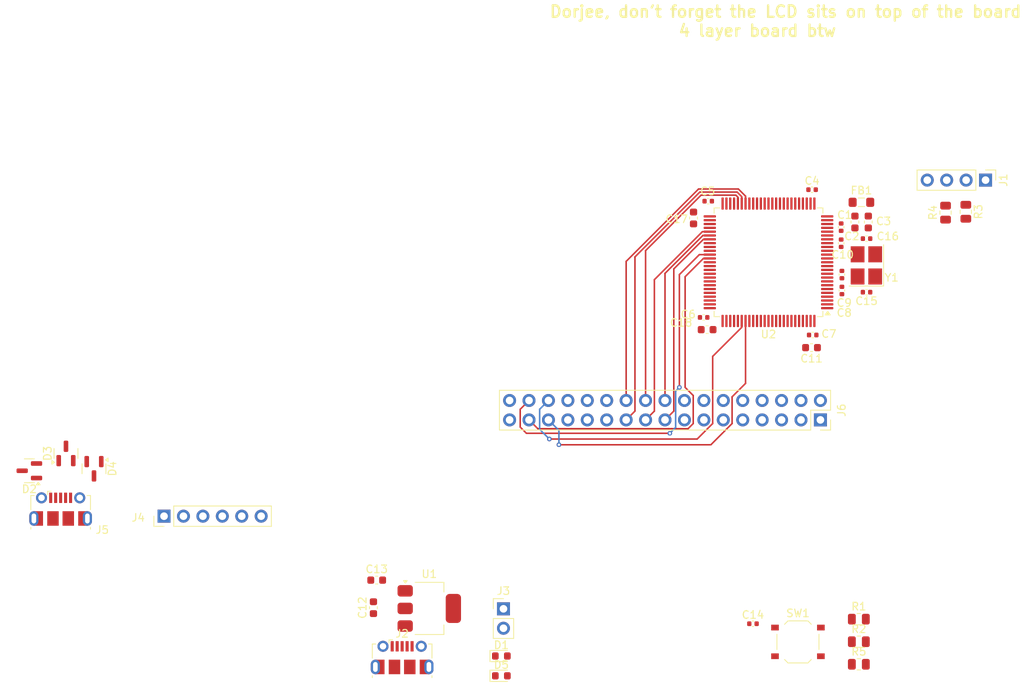
<source format=kicad_pcb>
(kicad_pcb (version 20241229) (generator "pcbnew") (generator_version "9.0")
  (layers (0 "F.Cu" signal) (4 "In1.Cu" signal) (6 "In2.Cu" signal) (2 "B.Cu" power) (13 "F.Paste" user) (15 "B.Paste" user) (5 "F.SilkS" user "F.Silkscreen") (7 "B.SilkS" user "B.Silkscreen") (1 "F.Mask" user) (3 "B.Mask" user) (25 "Edge.Cuts" user))
  (net 0 "")
  (net 1 "GND")
  (net 2 "+3.3VA")
  (net 3 "+3.3V")
  (net 4 "+5V")
  (net 5 "/SWD_NRST")
  (net 6 "/HSE_IN")
  (net 7 "/HSE_OUT")
  (net 8 "/VCAP1")
  (net 9 "/VCAP2")
  (net 10 "Net-(D1-K)")
  (net 11 "/USB_OTG_FS_VBUS")
  (net 12 "/USB_OTG_FS_D-")
  (net 13 "/USB_OTG_FS_D+")
  (net 14 "Net-(D5-A)")
  (net 15 "/USART2_RX")
  (net 16 "/USART2_TX")
  (net 26 "/SWDIO")
  (net 36 "/FMC_A16")
  (net 38 "/FMC_NOE")
  (net 39 "/LCD_NRST")
  (net 40 "/FMC_D12")
  (net 42 "/FMC_D14")
  (net 43 "/FMC_D13")
  (net 44 "/FMC_D9")
  (net 45 "/FMC_D6")
  (net 46 "/TP_SDI")
  (net 47 "/FMC_D8")
  (net 48 "/TP_IRQ")
  (net 49 "/FMC_NE1")
  (net 50 "/FMC_D7")
  (net 51 "/FMC_D3")
  (net 52 "/FMC_D15")
  (net 53 "/TP_SCK")
  (net 55 "/TP_CS")
  (net 56 "/FMC_D5")
  (net 57 "/BL_PWM")
  (net 58 "/FMC_D1")
  (net 59 "/TP_SDO")
  (net 60 "/FMC_D4")
  (net 61 "/FMC_D11")
  (net 62 "/FMC_D10")
  (net 63 "/FMC_D2")
  (net 64 "/FMC_NWE")
  (net 65 "/FMC_D0")
  (net 66 "/BOOT0")
  (net 67 "Net-(U2-PC9)")
  (net 109 "/SWDO")
  (net 110 "/SWDCLK")
  (net 113 "Net-(J1-Pin_3)")
  (net 114 "Net-(J1-Pin_2)")
  (footprint "Capacitor_SMD:C_0402_1005Metric" (layer "F.Cu") (at 192.5 77.5 -90)
    (property "Reference" "C9" (at 3.7 -0.3 0) (layer "F.SilkS"))
    (property "Value" "100n")
    (pad "1" smd roundrect (at -0.48 0 270) (size 0.56 0.62) (layers "F.Cu" "F.Mask" "F.Paste") (net 3 "+3.3V"))
    (pad "2" smd roundrect (at 0.48 0 270) (size 0.56 0.62) (layers "F.Cu" "F.Mask" "F.Paste") (net 1 "GND"))
  )
  (footprint "Capacitor_SMD:C_0603_1608Metric" (layer "F.Cu") (at 131.675 117.45)
    (property "Reference" "C13" (at 0 -1.43 0) (layer "F.SilkS"))
    (property "Value" "22u")
    (pad "1" smd roundrect (at -0.775 0) (size 0.9 0.95) (layers "F.Cu" "F.Mask" "F.Paste") (net 3 "+3.3V"))
    (pad "2" smd roundrect (at 0.775 0) (size 0.9 0.95) (layers "F.Cu" "F.Mask" "F.Paste") (net 1 "GND"))
  )
  (footprint "Button_Switch_SMD:SW_Push_1P1T_XKB_TS-1187A" (layer "F.Cu") (at 186.75 125.525)
    (property "Reference" "SW1" (at 0 -3.75 0) (layer "F.SilkS"))
    (property "Value" "SW_Push")
    (pad "1" smd rect (at -3 -1.875) (size 1 0.75) (layers "F.Cu" "F.Mask" "F.Paste") (net 1 "GND"))
    (pad "1" smd rect (at 3 -1.875) (size 1 0.75) (layers "F.Cu" "F.Mask" "F.Paste") (net 1 "GND"))
    (pad "2" smd rect (at -3 1.875) (size 1 0.75) (layers "F.Cu" "F.Mask" "F.Paste") (net 5 "/SWD_NRST"))
    (pad "2" smd rect (at 3 1.875) (size 1 0.75) (layers "F.Cu" "F.Mask" "F.Paste") (net 5 "/SWD_NRST"))
  )
  (footprint "Resistor_SMD:R_0805_2012Metric" (layer "F.Cu") (at 208.7 69.2875 -90)
    (property "Reference" "R3" (at 0 -1.65 90) (layer "F.SilkS"))
    (property "Value" "220R")
    (pad "1" smd roundrect (at -0.9125 0 270) (size 1.025 1.4) (layers "F.Cu" "F.Mask" "F.Paste") (roundrect_rratio 0.243902) (net 16 "/USART2_TX"))
    (pad "2" smd roundrect (at 0.9125 0 270) (size 1.025 1.4) (layers "F.Cu" "F.Mask" "F.Paste") (roundrect_rratio 0.243902) (net 114 "Net-(J1-Pin_2)"))
  )
  (footprint "Connector_USB:USB_Micro-B_Molex-105017-0001" (layer "F.Cu") (at 90.35 108.15)
    (property "Reference" "J5" (at 5.45 2.7375 0) (layer "F.SilkS"))
    (property "Value" "USB_B_Micro")
    (pad "1" smd rect (at -1.3 -1.4625) (size 0.4 1.35) (layers "F.Cu" "F.Mask" "F.Paste") (net 11 "/USB_OTG_FS_VBUS"))
    (pad "2" smd rect (at -0.65 -1.4625) (size 0.4 1.35) (layers "F.Cu" "F.Mask" "F.Paste") (net 12 "/USB_OTG_FS_D-"))
    (pad "3" smd rect (at 0 -1.4625) (size 0.4 1.35) (layers "F.Cu" "F.Mask" "F.Paste") (net 13 "/USB_OTG_FS_D+"))
    (pad "4" smd rect (at 0.65 -1.4625) (size 0.4 1.35) (layers "F.Cu" "F.Mask" "F.Paste"))
    (pad "5" smd rect (at 1.3 -1.4625) (size 0.4 1.35) (layers "F.Cu" "F.Mask" "F.Paste") (net 1 "GND"))
    (pad "6" thru_hole oval (at -3.5 1.2375 180) (size 1.2 1.9) (drill oval 0.6 1.3) (property pad_prop_heatsink) (layers "*.Cu" "*.Mask"))
    (pad "6" smd rect (at -2.9 1.2375) (size 1.2 1.9) (layers "F.Cu" "F.Mask"))
    (pad "6" thru_hole circle (at -2.5 -1.4625) (size 1.45 1.45) (drill 0.85) (property pad_prop_heatsink) (layers "*.Cu" "*.Mask"))
    (pad "6" smd rect (at -1 1.2375) (size 1.5 1.9) (layers "F.Cu" "F.Mask" "F.Paste"))
    (pad "6" smd rect (at 1 1.2375) (size 1.5 1.9) (layers "F.Cu" "F.Mask" "F.Paste"))
    (pad "6" thru_hole circle (at 2.5 -1.4625) (size 1.45 1.45) (drill 0.85) (property pad_prop_heatsink) (layers "*.Cu" "*.Mask"))
    (pad "6" smd rect (at 2.9 1.2375) (size 1.2 1.9) (layers "F.Cu" "F.Mask"))
    (pad "6" thru_hole oval (at 3.5 1.2375) (size 1.2 1.9) (drill oval 0.6 1.3) (property pad_prop_heatsink) (layers "*.Cu" "*.Mask"))
  )
  (footprint "Capacitor_SMD:C_0402_1005Metric" (layer "F.Cu") (at 195.72 79.8 180)
    (property "Reference" "C15" (at 0 -1.16 0) (layer "F.SilkS"))
    (property "Value" "10p")
    (pad "1" smd roundrect (at -0.48 0 180) (size 0.56 0.62) (layers "F.Cu" "F.Mask" "F.Paste") (net 6 "/HSE_IN"))
    (pad "2" smd roundrect (at 0.48 0 180) (size 0.56 0.62) (layers "F.Cu" "F.Mask" "F.Paste") (net 1 "GND"))
  )
  (footprint "Resistor_SMD:R_0805_2012Metric" (layer "F.Cu") (at 194.7125 125.5)
    (property "Reference" "R2" (at 0 -1.65 0) (layer "F.SilkS"))
    (property "Value" "10k")
    (pad "1" smd roundrect (at -0.9125 0) (size 1.025 1.4) (layers "F.Cu" "F.Mask" "F.Paste") (roundrect_rratio 0.243902) (net 1 "GND"))
    (pad "2" smd roundrect (at 0.9125 0) (size 1.025 1.4) (layers "F.Cu" "F.Mask" "F.Paste") (roundrect_rratio 0.243902) (net 66 "/BOOT0"))
  )
  (footprint "Resistor_SMD:R_0805_2012Metric" (layer "F.Cu") (at 194.7125 128.45)
    (property "Reference" "R5" (at 0 -1.65 0) (layer "F.SilkS"))
    (property "Value" "1k")
    (pad "1" smd roundrect (at -0.9125 0) (size 1.025 1.4) (layers "F.Cu" "F.Mask" "F.Paste") (roundrect_rratio 0.243902) (net 67 "Net-(U2-PC9)"))
    (pad "2" smd roundrect (at 0.9125 0) (size 1.025 1.4) (layers "F.Cu" "F.Mask" "F.Paste") (roundrect_rratio 0.243902) (net 14 "Net-(D5-A)"))
  )
  (footprint "Crystal:Crystal_SMD_3225-4Pin_3.2x2.5mm_HandSoldering" (layer "F.Cu") (at 195.7 76.3 90)
    (property "Reference" "Y1" (at -1.6 3.3 0) (layer "F.SilkS"))
    (property "Value" "16MHz")
    (pad "1" smd rect (at -1.45 1.15 90) (size 2.1 1.8) (layers "F.Cu" "F.Mask" "F.Paste") (net 6 "/HSE_IN"))
    (pad "2" smd rect (at 1.45 1.15 90) (size 2.1 1.8) (layers "F.Cu" "F.Mask" "F.Paste") (net 1 "GND"))
    (pad "3" smd rect (at 1.45 -1.15 90) (size 2.1 1.8) (layers "F.Cu" "F.Mask" "F.Paste") (net 7 "/HSE_OUT"))
    (pad "4" smd rect (at -1.45 -1.15 90) (size 2.1 1.8) (layers "F.Cu" "F.Mask" "F.Paste") (net 1 "GND"))
  )
  (footprint "Capacitor_SMD:C_0603_1608Metric" (layer "F.Cu") (at 194.2 70.625 -90)
    (property "Reference" "C2" (at 1.865 0.4 180) (layer "F.SilkS"))
    (property "Value" "10u")
    (pad "1" smd roundrect (at -0.775 0 270) (size 0.9 0.95) (layers "F.Cu" "F.Mask" "F.Paste") (net 2 "+3.3VA"))
    (pad "2" smd roundrect (at 0.775 0 270) (size 0.9 0.95) (layers "F.Cu" "F.Mask" "F.Paste") (net 1 "GND"))
  )
  (footprint "Capacitor_SMD:C_0603_1608Metric" (layer "F.Cu") (at 131.25 121.05 90)
    (property "Reference" "C12" (at 0 -1.43 90) (layer "F.SilkS"))
    (property "Value" "22u")
    (pad "1" smd roundrect (at -0.775 0 90) (size 0.9 0.95) (layers "F.Cu" "F.Mask" "F.Paste") (net 4 "+5V"))
    (pad "2" smd roundrect (at 0.775 0 90) (size 0.9 0.95) (layers "F.Cu" "F.Mask" "F.Paste") (net 1 "GND"))
  )
  (footprint "LED_SMD:LED_0603_1608Metric" (layer "F.Cu") (at 147.97 127.37)
    (property "Reference" "D1" (at 0 -1.43 0) (layer "F.SilkS"))
    (property "Value" "RED")
    (pad "1" smd roundrect (at -0.7875 0) (size 0.875 0.95) (layers "F.Cu" "F.Mask" "F.Paste") (net 10 "Net-(D1-K)"))
    (pad "2" smd roundrect (at 0.7875 0) (size 0.875 0.95) (layers "F.Cu" "F.Mask" "F.Paste") (net 3 "+3.3V"))
  )
  (footprint "Capacitor_SMD:C_0402_1005Metric" (layer "F.Cu") (at 180.87 123.15)
    (property "Reference" "C14" (at 0 -1.16 0) (layer "F.SilkS"))
    (property "Value" "100n")
    (pad "1" smd roundrect (at -0.48 0) (size 0.56 0.62) (layers "F.Cu" "F.Mask" "F.Paste") (net 1 "GND"))
    (pad "2" smd roundrect (at 0.48 0) (size 0.56 0.62) (layers "F.Cu" "F.Mask" "F.Paste") (net 5 "/SWD_NRST"))
  )
  (footprint "Capacitor_SMD:C_0402_1005Metric" (layer "F.Cu") (at 192.5 79.58 90)
    (property "Reference" "C8" (at -2.92 0.3 0) (layer "F.SilkS"))
    (property "Value" "100n")
    (pad "1" smd roundrect (at -0.48 0 90) (size 0.56 0.62) (layers "F.Cu" "F.Mask" "F.Paste") (net 3 "+3.3V"))
    (pad "2" smd roundrect (at 0.48 0 90) (size 0.56 0.62) (layers "F.Cu" "F.Mask" "F.Paste") (net 1 "GND"))
  )
  (footprint "Package_TO_SOT_SMD:SOT-23" (layer "F.Cu") (at 86.2625 103.15 180)
    (property "Reference" "D2" (at 0 -2.4 0) (layer "F.SilkS"))
    (property "Value" "P6SMB6.8")
    (pad "1" smd roundrect (at -0.9375 -0.95 180) (size 1.475 0.6) (layers "F.Cu" "F.Mask" "F.Paste") (net 1 "GND"))
    (pad "2" smd roundrect (at -0.9375 0.95 180) (size 1.475 0.6) (layers "F.Cu" "F.Mask" "F.Paste") (net 11 "/USB_OTG_FS_VBUS"))
    (pad "3" smd roundrect (at 0.9375 0 180) (size 1.475 0.6) (layers "F.Cu" "F.Mask" "F.Paste"))
  )
  (footprint "Capacitor_SMD:C_0402_1005Metric" (layer "F.Cu") (at 195.72 72.8)
    (property "Reference" "C16" (at 2.78 -0.3 0) (layer "F.SilkS"))
    (property "Value" "10p")
    (pad "1" smd roundrect (at -0.48 0) (size 0.56 0.62) (layers "F.Cu" "F.Mask" "F.Paste") (net 7 "/HSE_OUT"))
    (pad "2" smd roundrect (at 0.48 0) (size 0.56 0.62) (layers "F.Cu" "F.Mask" "F.Paste") (net 1 "GND"))
  )
  (footprint "Capacitor_SMD:C_0603_1608Metric" (layer "F.Cu") (at 174.875 84.7 180)
    (property "Reference" "C18" (at 3.4 0.9 180) (layer "F.SilkS"))
    (property "Value" "2u2")
    (pad "1" smd roundrect (at -0.775 0 180) (size 0.9 0.95) (layers "F.Cu" "F.Mask" "F.Paste") (net 9 "/VCAP2"))
    (pad "2" smd roundrect (at 0.775 0 180) (size 0.9 0.95) (layers "F.Cu" "F.Mask" "F.Paste") (net 1 "GND"))
  )
  (footprint "LED_SMD:LED_0603_1608Metric" (layer "F.Cu") (at 147.97 129.96)
    (property "Reference" "D5" (at 0 -1.43 0) (layer "F.SilkS"))
    (property "Value" "GREEN")
    (pad "1" smd roundrect (at -0.7875 0) (size 0.875 0.95) (layers "F.Cu" "F.Mask" "F.Paste") (net 1 "GND"))
    (pad "2" smd roundrect (at 0.7875 0) (size 0.875 0.95) (layers "F.Cu" "F.Mask" "F.Paste") (net 14 "Net-(D5-A)"))
  )
  (footprint "Package_TO_SOT_SMD:SOT-23" (layer "F.Cu") (at 94.7125 102.8875 -90)
    (property "Reference" "D4" (at 0 -2.4 90) (layer "F.SilkS"))
    (property "Value" "P6SMB6.8")
    (pad "1" smd roundrect (at -0.9375 -0.95 270) (size 1.475 0.6) (layers "F.Cu" "F.Mask" "F.Paste") (net 1 "GND"))
    (pad "2" smd roundrect (at -0.9375 0.95 270) (size 1.475 0.6) (layers "F.Cu" "F.Mask" "F.Paste") (net 13 "/USB_OTG_FS_D+"))
    (pad "3" smd roundrect (at 0.9375 0 270) (size 1.475 0.6) (layers "F.Cu" "F.Mask" "F.Paste"))
  )
  (footprint "Capacitor_SMD:C_0402_1005Metric" (layer "F.Cu") (at 175.02 67.9 180)
    (property "Reference" "C5" (at 0.07 1.3 0) (layer "F.SilkS"))
    (property "Value" "100n")
    (pad "1" smd roundrect (at -0.48 0 180) (size 0.56 0.62) (layers "F.Cu" "F.Mask" "F.Paste") (net 3 "+3.3V"))
    (pad "2" smd roundrect (at 0.48 0 180) (size 0.56 0.62) (layers "F.Cu" "F.Mask" "F.Paste") (net 1 "GND"))
  )
  (footprint "Connector_USB:USB_Micro-B_Molex-105017-0001" (layer "F.Cu") (at 135 127.5625)
    (property "Reference" "J2" (at 0 -3.1125 0) (layer "F.SilkS"))
    (property "Value" "USB_B_Micro")
    (pad "1" smd rect (at -1.3 -1.4625) (size 0.4 1.35) (layers "F.Cu" "F.Mask" "F.Paste") (net 4 "+5V"))
    (pad "2" smd rect (at -0.65 -1.4625) (size 0.4 1.35) (layers "F.Cu" "F.Mask" "F.Paste"))
    (pad "3" smd rect (at 0 -1.4625) (size 0.4 1.35) (layers "F.Cu" "F.Mask" "F.Paste"))
    (pad "4" smd rect (at 0.65 -1.4625) (size 0.4 1.35) (layers "F.Cu" "F.Mask" "F.Paste"))
    (pad "5" smd rect (at 1.3 -1.4625) (size 0.4 1.35) (layers "F.Cu" "F.Mask" "F.Paste") (net 1 "GND"))
    (pad "6" thru_hole oval (at -3.5 1.2375 180) (size 1.2 1.9) (drill oval 0.6 1.3) (property pad_prop_heatsink) (layers "*.Cu" "*.Mask"))
    (pad "6" smd rect (at -2.9 1.2375) (size 1.2 1.9) (layers "F.Cu" "F.Mask"))
    (pad "6" thru_hole circle (at -2.5 -1.4625) (size 1.45 1.45) (drill 0.85) (property pad_prop_heatsink) (layers "*.Cu" "*.Mask"))
    (pad "6" smd rect (at -1 1.2375) (size 1.5 1.9) (layers "F.Cu" "F.Mask" "F.Paste"))
    (pad "6" smd rect (at 1 1.2375) (size 1.5 1.9) (layers "F.Cu" "F.Mask" "F.Paste"))
    (pad "6" thru_hole circle (at 2.5 -1.4625) (size 1.45 1.45) (drill 0.85) (property pad_prop_heatsink) (layers "*.Cu" "*.Mask"))
    (pad "6" smd rect (at 2.9 1.2375) (size 1.2 1.9) (layers "F.Cu" "F.Mask"))
    (pad "6" thru_hole oval (at 3.5 1.2375) (size 1.2 1.9) (drill oval 0.6 1.3) (property pad_prop_heatsink) (layers "*.Cu" "*.Mask"))
  )
  (footprint "Package_QFP:LQFP-100_14x14mm_P0.5mm" (layer "F.Cu") (at 182.9 75.89 180)
    (property "Reference" "U2" (at 0 -9.42 0) (layer "F.SilkS"))
    (property "Value" "STM32F429VITx")
    (pad "1" smd roundrect (at -7.675 -6 180) (size 1.6 0.3) (layers "F.Cu" "F.Mask" "F.Paste"))
    (pad "2" smd roundrect (at -7.675 -5.5 180) (size 1.6 0.3) (layers "F.Cu" "F.Mask" "F.Paste"))
    (pad "3" smd roundrect (at -7.675 -5 180) (size 1.6 0.3) (layers "F.Cu" "F.Mask" "F.Paste"))
    (pad "4" smd roundrect (at -7.675 -4.5 180) (size 1.6 0.3) (layers "F.Cu" "F.Mask" "F.Paste"))
    (pad "5" smd roundrect (at -7.675 -4 180) (size 1.6 0.3) (layers "F.Cu" "F.Mask" "F.Paste"))
    (pad "6" smd roundrect (at -7.675 -3.5 180) (size 1.6 0.3) (layers "F.Cu" "F.Mask" "F.Paste") (net 3 "+3.3V"))
    (pad "7" smd roundrect (at -7.675 -3 180) (size 1.6 0.3) (layers "F.Cu" "F.Mask" "F.Paste"))
    (pad "8" smd roundrect (at -7.675 -2.5 180) (size 1.6 0.3) (layers "F.Cu" "F.Mask" "F.Paste"))
    (pad "9" smd roundrect (at -7.675 -2 180) (size 1.6 0.3) (layers "F.Cu" "F.Mask" "F.Paste"))
    (pad "10" smd roundrect (at -7.675 -1.5 180) (size 1.6 0.3) (layers "F.Cu" "F.Mask" "F.Paste") (net 1 "GND"))
    (pad "11" smd roundrect (at -7.675 -1 180) (size 1.6 0.3) (layers "F.Cu" "F.Mask" "F.Paste") (net 3 "+3.3V"))
    (pad "12" smd roundrect (at -7.675 -0.5 180) (size 1.6 0.3) (layers "F.Cu" "F.Mask" "F.Paste") (net 6 "/HSE_IN"))
    (pad "13" smd roundrect (at -7.675 0 180) (size 1.6 0.3) (layers "F.Cu" "F.Mask" "F.Paste") (net 7 "/HSE_OUT"))
    (pad "14" smd roundrect (at -7.675 0.5 180) (size 1.6 0.3) (layers "F.Cu" "F.Mask" "F.Paste") (net 5 "/SWD_NRST"))
    (pad "15" smd roundrect (at -7.675 1 180) (size 1.6 0.3) (layers "F.Cu" "F.Mask" "F.Paste"))
    (pad "16" smd roundrect (at -7.675 1.5 180) (size 1.6 0.3) (layers "F.Cu" "F.Mask" "F.Paste"))
    (pad "17" smd roundrect (at -7.675 2 180) (size 1.6 0.3) (layers "F.Cu" "F.Mask" "F.Paste"))
    (pad "18" smd roundrect (at -7.675 2.5 180) (size 1.6 0.3) (layers "F.Cu" "F.Mask" "F.Paste"))
    (pad "19" smd roundrect (at -7.675 3 180) (size 1.6 0.3) (layers "F.Cu" "F.Mask" "F.Paste") (net 3 "+3.3V"))
    (pad "20" smd roundrect (at -7.675 3.5 180) (size 1.6 0.3) (layers "F.Cu" "F.Mask" "F.Paste") (net 1 "GND"))
    (pad "21" smd roundrect (at -7.675 4 180) (size 1.6 0.3) (layers "F.Cu" "F.Mask" "F.Paste") (net 2 "+3.3VA"))
    (pad "22" smd roundrect (at -7.675 4.5 180) (size 1.6 0.3) (layers "F.Cu" "F.Mask" "F.Paste") (net 2 "+3.3VA"))
    (pad "23" smd roundrect (at -7.675 5 180) (size 1.6 0.3) (layers "F.Cu" "F.Mask" "F.Paste"))
    (pad "24" smd roundrect (at -7.675 5.5 180) (size 1.6 0.3) (layers "F.Cu" "F.Mask" "F.Paste") (net 57 "/BL_PWM"))
    (pad "25" smd roundrect (at -7.675 6 180) (size 1.6 0.3) (layers "F.Cu" "F.Mask" "F.Paste") (net 16 "/USART2_TX"))
    (pad "26" smd roundrect (at -6 7.675 180) (size 0.3 1.6) (layers "F.Cu" "F.Mask" "F.Paste") (net 15 "/USART2_RX"))
    (pad "27" smd roundrect (at -5.5 7.675 180) (size 0.3 1.6) (layers "F.Cu" "F.Mask" "F.Paste") (net 1 "GND"))
    (pad "28" smd roundrect (at -5 7.675 180) (size 0.3 1.6) (layers "F.Cu" "F.Mask" "F.Paste") (net 3 "+3.3V"))
    (pad "29" smd roundrect (at -4.5 7.675 180) (size 0.3 1.6) (layers "F.Cu" "F.Mask" "F.Paste") (net 55 "/TP_CS"))
    (pad "30" smd roundrect (at -4 7.675 180) (size 0.3 1.6) (layers "F.Cu" "F.Mask" "F.Paste") (net 53 "/TP_SCK"))
    (pad "31" smd roundrect (at -3.5 7.675 180) (size 0.3 1.6) (layers "F.Cu" "F.Mask" "F.Paste") (net 59 "/TP_SDO"))
    (pad "32" smd roundrect (at -3 7.675 180) (size 0.3 1.6) (layers "F.Cu" "F.Mask" "F.Paste") (net 46 "/TP_SDI"))
    (pad "33" smd roundrect (at -2.5 7.675 180) (size 0.3 1.6) (layers "F.Cu" "F.Mask" "F.Paste") (net 48 "/TP_IRQ"))
    (pad "34" smd roundrect (at -2 7.675 180) (size 0.3 1.6) (layers "F.Cu" "F.Mask" "F.Paste"))
    (pad "35" smd roundrect (at -1.5 7.675 180) (size 0.3 1.6) (layers "F.Cu" "F.Mask" "F.Paste"))
    (pad "36" smd roundrect (at -1 7.675 180) (size 0.3 1.6) (layers "F.Cu" "F.Mask" "F.Paste"))
    (pad "37" smd roundrect (at -0.5 7.675 180) (size 0.3 1.6) (layers "F.Cu" "F.Mask" "F.Paste"))
    (pad "38" smd roundrect (at 0 7.675 180) (size 0.3 1.6) (layers "F.Cu" "F.Mask" "F.Paste") (net 60 "/FMC_D4"))
    (pad "39" smd roundrect (at 0.5 7.675 180) (size 0.3 1.6) (layers "F.Cu" "F.Mask" "F.Paste") (net 56 "/FMC_D5"))
    (pad "40" smd roundrect (at 1 7.675 180) (size 0.3 1.6) (layers "F.Cu" "F.Mask" "F.Paste") (net 45 "/FMC_D6"))
    (pad "41" smd roundrect (at 1.5 7.675 180) (size 0.3 1.6) (layers "F.Cu" "F.Mask" "F.Paste") (net 50 "/FMC_D7"))
    (pad "42" smd roundrect (at 2 7.675 180) (size 0.3 1.6) (layers "F.Cu" "F.Mask" "F.Paste") (net 47 "/FMC_D8"))
    (pad "43" smd roundrect (at 2.5 7.675 180) (size 0.3 1.6) (layers "F.Cu" "F.Mask" "F.Paste") (net 44 "/FMC_D9"))
    (pad "44" smd roundrect (at 3 7.675 180) (size 0.3 1.6) (layers "F.Cu" "F.Mask" "F.Paste") (net 62 "/FMC_D10"))
    (pad "45" smd roundrect (at 3.5 7.675 180) (size 0.3 1.6) (layers "F.Cu" "F.Mask" "F.Paste") (net 61 "/FMC_D11"))
    (pad "46" smd roundrect (at 4 7.675 180) (size 0.3 1.6) (layers "F.Cu" "F.Mask" "F.Paste") (net 40 "/FMC_D12"))
    (pad "47" smd roundrect (at 4.5 7.675 180) (size 0.3 1.6) (layers "F.Cu" "F.Mask" "F.Paste"))
    (pad "48" smd roundrect (at 5 7.675 180) (size 0.3 1.6) (layers "F.Cu" "F.Mask" "F.Paste"))
    (pad "49" smd roundrect (at 5.5 7.675 180) (size 0.3 1.6) (layers "F.Cu" "F.Mask" "F.Paste") (net 8 "/VCAP1"))
    (pad "50" smd roundrect (at 6 7.675 180) (size 0.3 1.6) (layers "F.Cu" "F.Mask" "F.Paste") (net 3 "+3.3V"))
    (pad "51" smd roundrect (at 7.675 6 180) (size 1.6 0.3) (layers "F.Cu" "F.Mask" "F.Paste"))
    (pad "52" smd roundrect (at 7.675 5.5 180) (size 1.6 0.3) (layers "F.Cu" "F.Mask" "F.Paste"))
    (pad "53" smd roundrect (at 7.675 5 180) (size 1.6 0.3) (layers "F.Cu" "F.Mask" "F.Paste"))
    (pad "54" smd roundrect (at 7.675 4.5 180) (size 1.6 0.3) (layers "F.Cu" "F.Mask" "F.Paste"))
    (pad "55" smd roundrect (at 7.675 4 180) (size 1.6 0.3) (layers "F.Cu" "F.Mask" "F.Paste") (net 43 "/FMC_D13"))
    (pad "56" smd roundrect (at 7.675 3.5 180) (size 1.6 0.3) (layers "F.Cu" "F.Mask" "F.Paste") (net 42 "/FMC_D14"))
    (pad "57" smd roundrect (at 7.675 3 180) (size 1.6 0.3) (layers "F.Cu" "F.Mask" "F.Paste") (net 52 "/FMC_D15"))
    (pad "58" smd roundrect (at 7.675 2.5 180) (size 1.6 0.3) (layers "F.Cu" "F.Mask" "F.Paste") (net 36 "/FMC_A16"))
    (pad "59" smd roundrect (at 7.675 2 180) (size 1.6 0.3) (layers "F.Cu" "F.Mask" "F.Paste"))
    (pad "60" smd roundrect (at 7.675 1.5 180) (size 1.6 0.3) (layers "F.Cu" "F.Mask" "F.Paste"))
    (pad "61" smd roundrect (at 7.675 1 180) (size 1.6 0.3) (layers "F.Cu" "F.Mask" "F.Paste") (net 65 "/FMC_D0"))
    (pad "62" smd roundrect (at 7.675 0.5 180) (size 1.6 0.3) (layers "F.Cu" "F.Mask" "F.Paste") (net 58 "/FMC_D1"))
    (pad "63" smd roundrect (at 7.675 0 180) (size 1.6 0.3) (layers "F.Cu" "F.Mask" "F.Paste"))
    (pad "64" smd roundrect (at 7.675 -0.5 180) (size 1.6 0.3) (layers "F.Cu" "F.Mask" "F.Paste"))
    (pad "65" smd roundrect (at 7.675 -1 180) (size 1.6 0.3) (layers "F.Cu" "F.Mask" "F.Paste"))
    (pad "66" smd roundrect (at 7.675 -1.5 180) (size 1.6 0.3) (layers "F.Cu" "F.Mask" "F.Paste") (net 67 "Net-(U2-PC9)"))
    (pad "67" smd roundrect (at 7.675 -2 180) (size 1.6 0.3) (layers "F.Cu" "F.Mask" "F.Paste"))
    (pad "68" smd roundrect (at 7.675 -2.5 180) (size 1.6 0.3) (layers "F.Cu" "F.Mask" "F.Paste") (net 11 "/USB_OTG_FS_VBUS"))
    (pad "69" smd roundrect (at 7.675 -3 180) (size 1.6 0.3) (layers "F.Cu" "F.Mask" "F.Paste"))
    (pad "70" smd roundrect (at 7.675 -3.5 180) (size 1.6 0.3) (layers "F.Cu" "F.Mask" "F.Paste") (net 12 "/USB_OTG_FS_D-"))
    (pad "71" smd roundrect (at 7.675 -4 180) (size 1.6 0.3) (layers "F.Cu" "F.Mask" "F.Paste") (net 13 "/USB_OTG_FS_D+"))
    (pad "72" smd roundrect (at 7.675 -4.5 180) (size 1.6 0.3) (layers "F.Cu" "F.Mask" "F.Paste") (net 26 "/SWDIO"))
    (pad "73" smd roundrect (at 7.675 -5 180) (size 1.6 0.3) (layers "F.Cu" "F.Mask" "F.Paste") (net 9 "/VCAP2"))
    (pad "74" smd roundrect (at 7.675 -5.5 180) (size 1.6 0.3) (layers "F.Cu" "F.Mask" "F.Paste") (net 1 "GND"))
    (pad "75" smd roundrect (at 7.675 -6 180) (size 1.6 0.3) (layers "F.Cu" "F.Mask" "F.Paste") (net 3 "+3.3V"))
    (pad "76" smd roundrect (at 6 -7.675 180) (size 0.3 1.6) (layers "F.Cu" "F.Mask" "F.Paste") (net 110 "/SWDCLK"))
    (pad "77" smd roundrect (at 5.5 -7.675 180) (size 0.3 1.6) (layers "F.Cu" "F.Mask" "F.Paste"))
    (pad "78" smd roundrect (at 5 -7.675 180) (size 0.3 1.6) (layers "F.Cu" "F.Mask" "F.Paste"))
    (pad "79" smd roundrect (at 4.5 -7.675 180) (size 0.3 1.6) (layers "F.Cu" "F.Mask" "F.Paste"))
    (pad "80" smd roundrect (at 4 -7.675 180) (size 0.3 1.6) (layers "F.Cu" "F.Mask" "F.Paste"))
    (pad "81" smd roundrect (at 3.5 -7.675 180) (size 0.3 1.6) (layers "F.Cu" "F.Mask" "F.Paste") (net 63 "/FMC_D2"))
    (pad "82" smd roundrect (at 3 -7.675 180) (size 0.3 1.6) (layers "F.Cu" "F.Mask" "F.Paste") (net 51 "/FMC_D3"))
    (pad "83" smd roundrect (at 2.5 -7.675 180) (size 0.3 1.6) (layers "F.Cu" "F.Mask" "F.Paste"))
    (pad "84" smd roundrect (at 2 -7.675 180) (size 0.3 1.6) (layers "F.Cu" "F.Mask" "F.Paste"))
    (pad "85" smd roundrect (at 1.5 -7.675 180) (size 0.3 1.6) (layers "F.Cu" "F.Mask" "F.Paste") (net 38 "/FMC_NOE"))
    (pad "86" smd roundrect (at 1 -7.675 180) (size 0.3 1.6) (layers "F.Cu" "F.Mask" "F.Paste") (net 64 "/FMC_NWE"))
    (pad "87" smd roundrect (at 0.5 -7.675 180) (size 0.3 1.6) (layers "F.Cu" "F.Mask" "F.Paste") (net 39 "/LCD_NRST"))
    (pad "88" smd roundrect (at 0 -7.675 180) (size 0.3 1.6) (layers "F.Cu" "F.Mask" "F.Paste") (net 49 "/FMC_NE1"))
    (pad "89" smd roundrect (at -0.5 -7.675 180) (size 0.3 1.6) (layers "F.Cu" "F.Mask" "F.Paste") (net 109 "/SWDO"))
    (pad "90" smd roundrect (at -1 -7.675 180) (size 0.3 1.6) (layers "F.Cu" "F.Mask" "F.Paste"))
    (pad "91" smd roundrect (at -1.5 -7.675 180) (size 0.3 1.6) (layers "F.Cu" "F.Mask" "F.Paste"))
    (pad "92" smd roundrect (at -2 -7.675 180) (size 0.3 1.6) (layers "F.Cu" "F.Mask" "F.Paste"))
    (pad "93" smd roundrect (at -2.5 -7.675 180) (size 0.3 1.6) (layers "F.Cu" "F.Mask" "F.Paste"))
    (pad "94" smd roundrect (at -3 -7.675 180) (size 0.3 1.6) (layers "F.Cu" "F.Mask" "F.Paste") (net 66 "/BOOT0"))
    (pad "95" smd roundrect (at -3.5 -7.675 180) (size 0.3 1.6) (layers "F.Cu" "F.Mask" "F.Paste"))
    (pad "96" smd roundrect (at -4 -7.675 180) (size 0.3 1.6) (layers "F.Cu" "F.Mask" "F.Paste"))
    (pad "97" smd roundrect (at -4.5 -7.675 180) (size 0.3 1.6) (layers "F.Cu" "F.Mask" "F.Paste"))
    (pad "98" smd roundrect (at -5 -7.675 180) (size 0.3 1.6) (layers "F.Cu" "F.Mask" "F.Paste"))
    (pad "99" smd roundrect (at -5.5 -7.675 180) (size 0.3 1.6) (layers "F.Cu" "F.Mask" "F.Paste") (net 1 "GND"))
    (pad "100" smd roundrect (at -6 -7.675 180) (size 0.3 1.6) (layers "F.Cu" "F.Mask" "F.Paste") (net 3 "+3.3V"))
  )
  (footprint "Package_TO_SOT_SMD:SOT-223-3_TabPin2" (layer "F.Cu") (at 138.55 121.15)
    (property "Reference" "U1" (at 0 -4.5 0) (layer "F.SilkS"))
    (property "Value" "AMS1117-3.3")
    (pad "1" smd roundrect (at -3.15 -2.3) (size 2 1.5) (layers "F.Cu" "F.Mask" "F.Paste") (net 1 "GND"))
    (pad "2" smd roundrect (at -3.15 0) (size 2 1.5) (layers "F.Cu" "F.Mask" "F.Paste") (net 3 "+3.3V"))
    (pad "2" smd roundrect (at 3.15 0) (size 2 3.8) (layers "F.Cu" "F.Mask" "F.Paste") (net 3 "+3.3V"))
    (pad "3" smd roundrect (at -3.15 2.3) (size 2 1.5) (layers "F.Cu" "F.Mask" "F.Paste") (net 4 "+5V"))
  )
  (footprint "Capacitor_SMD:C_0402_1005Metric" (layer "F.Cu") (at 188.6 66.4)
    (property "Reference" "C4" (at 0 -1.16 0) (layer "F.SilkS"))
    (property "Value" "100n")
    (pad "1" smd roundrect (at -0.48 0) (size 0.56 0.62) (layers "F.Cu" "F.Mask" "F.Paste") (net 3 "+3.3V"))
    (pad "2" smd roundrect (at 0.48 0) (size 0.56 0.62) (layers "F.Cu" "F.Mask" "F.Paste") (net 1 "GND"))
  )
  (footprint "Capacitor_SMD:C_0402_1005Metric" (layer "F.Cu") (at 192.4 71.3 -90)
    (property "Reference" "C1" (at -1.6 -0.46 0) (layer "F.SilkS"))
    (property "Value" "100n")
    (pad "1" smd roundrect (at -0.48 0 270) (size 0.56 0.62) (layers "F.Cu" "F.Mask" "F.Paste") (net 2 "+3.3VA"))
    (pad "2" smd roundrect (at 0.48 0 270) (size 0.56 0.62) (layers "F.Cu" "F.Mask" "F.Paste") (net 1 "GND"))
  )
  (footprint "Connector_PinHeader_2.54mm:PinHeader_1x02_P2.54mm_Vertical" (layer "F.Cu") (at 148.25 121.2)
    (property "Reference" "J3" (at 0 -2.33 0) (layer "F.SilkS"))
    (property "Value" "Conn_01x02")
    (pad "1" thru_hole rect (at 0 0) (size 1.7 1.7) (drill 1) (layers "*.Cu" "*.Mask") (net 4 "+5V"))
    (pad "2" thru_hole oval (at 0 2.54) (size 1.7 1.7) (drill 1) (layers "*.Cu" "*.Mask") (net 1 "GND"))
  )
  (footprint "Capacitor_SMD:C_0402_1005Metric" (layer "F.Cu") (at 188.68 85.4 180)
    (property "Reference" "C7" (at -2.12 0.15 0) (layer "F.SilkS"))
    (property "Value" "100n")
    (pad "1" smd roundrect (at -0.48 0 180) (size 0.56 0.62) (layers "F.Cu" "F.Mask" "F.Paste") (net 3 "+3.3V"))
    (pad "2" smd roundrect (at 0.48 0 180) (size 0.56 0.62) (layers "F.Cu" "F.Mask" "F.Paste") (net 1 "GND"))
  )
  (footprint "Connector_PinHeader_2.54mm:PinHeader_1x06_P2.54mm_Vertical" (layer "F.Cu") (at 103.87 109.0875 90)
    (property "Reference" "J4" (at -0.2 -3.37 0) (layer "F.SilkS"))
    (property "Value" "Conn_01x06")
    (pad "1" thru_hole rect (at 0 0 90) (size 1.7 1.7) (drill 1) (layers "*.Cu" "*.Mask") (net 3 "+3.3V"))
    (pad "2" thru_hole oval (at 0 2.54 90) (size 1.7 1.7) (drill 1) (layers "*.Cu" "*.Mask") (net 5 "/SWD_NRST"))
    (pad "3" thru_hole oval (at 0 5.08 90) (size 1.7 1.7) (drill 1) (layers "*.Cu" "*.Mask") (net 26 "/SWDIO"))
    (pad "4" thru_hole oval (at 0 7.62 90) (size 1.7 1.7) (drill 1) (layers "*.Cu" "*.Mask") (net 110 "/SWDCLK"))
    (pad "5" thru_hole oval (at 0 10.16 90) (size 1.7 1.7) (drill 1) (layers "*.Cu" "*.Mask") (net 109 "/SWDO"))
    (pad "6" thru_hole oval (at 0 12.7 90) (size 1.7 1.7) (drill 1) (layers "*.Cu" "*.Mask") (net 1 "GND"))
  )
  (footprint "Connector_PinHeader_2.54mm:PinHeader_1x04_P2.54mm_Vertical" (layer "F.Cu") (at 211.28 65.15 -90)
    (property "Reference" "J1" (at 0 -2.33 90) (layer "F.SilkS"))
    (property "Value" "Conn_01x04")
    (pad "1" thru_hole rect (at 0 0 270) (size 1.7 1.7) (drill 1) (layers "*.Cu" "*.Mask") (net 3 "+3.3V"))
    (pad "2" thru_hole oval (at 0 2.54 270) (size 1.7 1.7) (drill 1) (layers "*.Cu" "*.Mask") (net 114 "Net-(J1-Pin_2)"))
    (pad "3" thru_hole oval (at 0 5.08 270) (size 1.7 1.7) (drill 1) (layers "*.Cu" "*.Mask") (net 113 "Net-(J1-Pin_3)"))
    (pad "4" thru_hole oval (at 0 7.62 270) (size 1.7 1.7) (drill 1) (layers "*.Cu" "*.Mask") (net 1 "GND"))
  )
  (footprint "Capacitor_SMD:C_0402_1005Metric" (layer "F.Cu") (at 174.42 83.1 180)
    (property "Reference" "C6" (at 2.02 0.4 0) (layer "F.SilkS"))
    (property "Value" "100n")
    (pad "1" smd roundrect (at -0.48 0 180) (size 0.56 0.62) (layers "F.Cu" "F.Mask" "F.Paste") (net 3 "+3.3V"))
    (pad "2" smd roundrect (at 0.48 0 180) (size 0.56 0.62) (layers "F.Cu" "F.Mask" "F.Paste") (net 1 "GND"))
  )
  (footprint "Capacitor_SMD:C_0402_1005Metric" (layer "F.Cu") (at 192.4 73.4 90)
    (property "Reference" "C10" (at -1.5 0.2 0) (layer "F.SilkS"))
    (property "Value" "100n")
    (pad "1" smd roundrect (at -0.48 0 90) (size 0.56 0.62) (layers "F.Cu" "F.Mask" "F.Paste") (net 3 "+3.3V"))
    (pad "2" smd roundrect (at 0.48 0 90) (size 0.56 0.62) (layers "F.Cu" "F.Mask" "F.Paste") (net 1 "GND"))
  )
  (footprint "Capacitor_SMD:C_0603_1608Metric" (layer "F.Cu") (at 195.95 70.625 -90)
    (property "Reference" "C3" (at -0.1 -2 0) (layer "F.SilkS"))
    (property "Value" "1u")
    (pad "1" smd roundrect (at -0.775 0 270) (size 0.9 0.95) (layers "F.Cu" "F.Mask" "F.Paste") (net 3 "+3.3V"))
    (pad "2" smd roundrect (at 0.775 0 270) (size 0.9 0.95) (layers "F.Cu" "F.Mask" "F.Paste") (net 1 "GND"))
  )
  (footprint "Inductor_SMD:L_0805_2012Metric_Pad1.05x1.20mm_HandSolder" (layer "F.Cu") (at 195.05 68.05)
    (property "Reference" "FB1" (at 0 -1.55 0) (layer "F.SilkS"))
    (property "Value" "120R")
    (pad "1" smd roundrect (at -1.15 0) (size 1.05 1.2) (layers "F.Cu" "F.Mask" "F.Paste") (roundrect_rratio 0.238095) (net 2 "+3.3VA"))
    (pad "2" smd roundrect (at 1.15 0) (size 1.05 1.2) (layers "F.Cu" "F.Mask" "F.Paste") (roundrect_rratio 0.238095) (net 3 "+3.3V"))
  )
  (footprint "Capacitor_SMD:C_0603_1608Metric" (layer "F.Cu") (at 188.525 87.05 180)
    (property "Reference" "C11" (at 0 -1.43 0) (layer "F.SilkS"))
    (property "Value" "10u")
    (pad "1" smd roundrect (at -0.775 0 180) (size 0.9 0.95) (layers "F.Cu" "F.Mask" "F.Paste") (net 3 "+3.3V"))
    (pad "2" smd roundrect (at 0.775 0 180) (size 0.9 0.95) (layers "F.Cu" "F.Mask" "F.Paste") (net 1 "GND"))
  )
  (footprint "Package_TO_SOT_SMD:SOT-23" (layer "F.Cu") (at 91.05 100.8875 90)
    (property "Reference" "D3" (at 0 -2.4 90) (layer "F.SilkS"))
    (property "Value" "P6SMB6.8")
    (pad "1" smd roundrect (at -0.9375 -0.95 90) (size 1.475 0.6) (layers "F.Cu" "F.Mask" "F.Paste") (net 1 "GND"))
    (pad "2" smd roundrect (at -0.9375 0.95 90) (size 1.475 0.6) (layers "F.Cu" "F.Mask" "F.Paste") (net 12 "/USB_OTG_FS_D-"))
    (pad "3" smd roundrect (at 0.9375 0 90) (size 1.475 0.6) (layers "F.Cu" "F.Mask" "F.Paste"))
  )
  (footprint "Capacitor_SMD:C_0603_1608Metric" (layer "F.Cu") (at 173.1 70.1 -90)
    (property "Reference" "C17" (at 0.15 2.2 180) (layer "F.SilkS"))
    (property "Value" "2u2")
    (pad "1" smd roundrect (at -0.775 0 270) (size 0.9 0.95) (layers "F.Cu" "F.Mask" "F.Paste") (net 8 "/VCAP1"))
    (pad "2" smd roundrect (at 0.775 0 270) (size 0.9 0.95) (layers "F.Cu" "F.Mask" "F.Paste") (net 1 "GND"))
  )
  (footprint "Resistor_SMD:R_0805_2012Metric" (layer "F.Cu") (at 206.05 69.4 90)
    (property "Reference" "R4" (at 0 -1.65 90) (layer "F.SilkS"))
    (property "Value" "220R")
    (pad "1" smd roundrect (at -0.9125 0 90) (size 1.025 1.4) (layers "F.Cu" "F.Mask" "F.Paste") (roundrect_rratio 0.243902) (net 15 "/USART2_RX"))
    (pad "2" smd roundrect (at 0.9125 0 90) (size 1.025 1.4) (layers "F.Cu" "F.Mask" "F.Paste") (roundrect_rratio 0.243902) (net 113 "Net-(J1-Pin_3)"))
  )
  (footprint "Resistor_SMD:R_0805_2012Metric" (layer "F.Cu") (at 194.7125 122.55)
    (property "Reference" "R1" (at 0 -1.65 0) (layer "F.SilkS"))
    (property "Value" "1k")
    (pad "1" smd roundrect (at -0.9125 0) (size 1.025 1.4) (layers "F.Cu" "F.Mask" "F.Paste") (roundrect_rratio 0.243902) (net 10 "Net-(D1-K)"))
    (pad "2" smd roundrect (at 0.9125 0) (size 1.025 1.4) (layers "F.Cu" "F.Mask" "F.Paste") (roundrect_rratio 0.243902) (net 1 "GND"))
  )
  (footprint "Connector_PinSocket_2.54mm:PinSocket_2x17_P2.54mm_Vertical" (layer "F.Cu") (at 189.69 96.5 -90)
    (property "Reference" "J6" (at -1.27 -2.77 90) (layer "F.SilkS"))
    (property "Value" "2x17 odd-even connector")
    (pad "1" thru_hole rect (at 0 0 270) (size 1.7 1.7) (drill 1) (layers "*.Cu" "*.Mask") (net 1 "GND"))
    (pad "2" thru_hole oval (at -2.54 0 270) (size 1.7 1.7) (drill 1) (layers "*.Cu" "*.Mask") (net 3 "+3.3V"))
    (pad "3" thru_hole oval (at 0 2.54 270) (size 1.7 1.7) (drill 1) (layers "*.Cu" "*.Mask") (net 59 "/TP_SDO"))
    (pad "4" thru_hole oval (at -2.54 2.54 270) (size 1.7 1.7) (drill 1) (layers "*.Cu" "*.Mask") (net 46 "/TP_SDI"))
    (pad "5" thru_hole oval (at 0 5.08 270) (size 1.7 1.7) (drill 1) (layers "*.Cu" "*.Mask") (net 53 "/TP_SCK"))
    (pad "6" thru_hole oval (at -2.54 5.08 270) (size 1.7 1.7) (drill 1) (layers "*.Cu" "*.Mask") (net 55 "/TP_CS"))
    (pad "7" thru_hole oval (at 0 7.62 270) (size 1.7 1.7) (drill 1) (layers "*.Cu" "*.Mask") (net 48 "/TP_IRQ"))
    (pad "8" thru_hole oval (at -2.54 7.62 270) (size 1.7 1.7) (drill 1) (layers "*.Cu" "*.Mask") (net 57 "/BL_PWM"))
    (pad "9" thru_hole oval (at 0 10.16 270) (size 1.7 1.7) (drill 1) (layers "*.Cu" "*.Mask") (net 1 "GND"))
    (pad "10" thru_hole oval (at -2.54 10.16 270) (size 1.7 1.7) (drill 1) (layers "*.Cu" "*.Mask") (net 3 "+3.3V"))
    (pad "11" thru_hole oval (at 0 12.7 270) (size 1.7 1.7) (drill 1) (layers "*.Cu" "*.Mask"))
    (pad "12" thru_hole oval (at -2.54 12.7 270) (size 1.7 1.7) (drill 1) (layers "*.Cu" "*.Mask") (net 39 "/LCD_NRST"))
    (pad "13" thru_hole oval (at 0 15.24 270) (size 1.7 1.7) (drill 1) (layers "*.Cu" "*.Mask") (net 38 "/FMC_NOE"))
    (pad "14" thru_hole oval (at -2.54 15.24 270) (size 1.7 1.7) (drill 1) (layers "*.Cu" "*.Mask") (net 64 "/FMC_NWE"))
    (pad "15" thru_hole oval (at 0 17.78 270) (size 1.7 1.7) (drill 1) (layers "*.Cu" "*.Mask") (net 36 "/FMC_A16"))
    (pad "16" thru_hole oval (at -2.54 17.78 270) (size 1.7 1.7) (drill 1) (layers "*.Cu" "*.Mask") (net 49 "/FMC_NE1"))
    (pad "17" thru_hole oval (at 0 20.32 270) (size 1.7 1.7) (drill 1) (layers "*.Cu" "*.Mask") (net 52 "/FMC_D15"))
    (pad "18" thru_hole oval (at -2.54 20.32 270) (size 1.7 1.7) (drill 1) (layers "*.Cu" "*.Mask") (net 42 "/FMC_D14"))
    (pad "19" thru_hole oval (at 0 22.86 270) (size 1.7 1.7) (drill 1) (layers "*.Cu" "*.Mask") (net 43 "/FMC_D13"))
    (pad "20" thru_hole oval (at -2.54 22.86 270) (size 1.7 1.7) (drill 1) (layers "*.Cu" "*.Mask") (net 40 "/FMC_D12"))
    (pad "21" thru_hole oval (at 0 25.4 270) (size 1.7 1.7) (drill 1) (layers "*.Cu" "*.Mask") (net 61 "/FMC_D11"))
    (pad "22" thru_hole oval (at -2.54 25.4 270) (size 1.7 1.7) (drill 1) (layers "*.Cu" "*.Mask") (net 62 "/FMC_D10"))
    (pad "23" thru_hole oval (at 0 27.94 270) (size 1.7 1.7) (drill 1) (layers "*.Cu" "*.Mask") (net 44 "/FMC_D9"))
    (pad "24" thru_hole oval (at -2.54 27.94 270) (size 1.7 1.7) (drill 1) (layers "*.Cu" "*.Mask") (net 47 "/FMC_D8"))
    (pad "25" thru_hole oval (at 0 30.48 270) (size 1.7 1.7) (drill 1) (layers "*.Cu" "*.Mask") (net 50 "/FMC_D7"))
    (pad "26" thru_hole oval (at -2.54 30.48 270) (size 1.7 1.7) (drill 1) (layers "*.Cu" "*.Mask") (net 45 "/FMC_D6"))
    (pad "27" thru_hole oval (at 0 33.02 270) (size 1.7 1.7) (drill 1) (layers "*.Cu" "*.Mask") (net 56 "/FMC_D5"))
    (pad "28" thru_hole oval (at -2.54 33.02 270) (size 1.7 1.7) (drill 1) (layers "*.Cu" "*.Mask") (net 60 "/FMC_D4"))
    (pad "29" thru_hole oval (at 0 35.56 270) (size 1.7 1.7) (drill 1) (layers "*.Cu" "*.Mask") (net 51 "/FMC_D3"))
    (pad "30" thru_hole oval (at -2.54 35.56 270) (size 1.7 1.7) (drill 1) (layers "*.Cu" "*.Mask") (net 63 "/FMC_D2"))
    (pad "31" thru_hole oval (at 0 38.1 270) (size 1.7 1.7) (drill 1) (layers "*.Cu" "*.Mask") (net 58 "/FMC_D1"))
    (pad "32" thru_hole oval (at -2.54 38.1 270) (size 1.7 1.7) (drill 1) (layers "*.Cu" "*.Mask") (net 65 "/FMC_D0"))
    (pad "33" thru_hole oval (at 0 40.64 270) (size 1.7 1.7) (drill 1) (layers "*.Cu" "*.Mask"))
    (pad "34" thru_hole oval (at -2.54 40.64 270) (size 1.7 1.7) (drill 1) (layers "*.Cu" "*.Mask"))
  )
  (gr_text "4 layer board btw\n" (at 171 46.5 0) (layer "F.SilkS") (effects (font (size 1.5 1.5) (thickness 0.3) (bold yes)) (justify left bottom)))
  (gr_text "Dorjee, don't forget the LCD sits on top of the board" (at 154.15 44 0) (layer "F.SilkS") (effects (font (size 1.5 1.5) (thickness 0.3) (bold yes)) (justify left bottom)))
  (segment (start 166.83 74.36989) (end 166.83 93.96) (width 0.2) (layer "F.Cu") (net 40))
  (segment (start 174.08589 67.114) (end 166.83 74.36989) (width 0.2) (layer "F.Cu") (net 40))
  (segment (start 178.632824 67.114) (end 174.08589 67.114) (width 0.2) (layer "F.Cu") (net 40))
  (segment (start 178.9 68.215) (end 178.9 67.381176) (width 0.2) (layer "F.Cu") (net 40))
  (segment (start 178.9 67.381176) (end 178.632824 67.114) (width 0.2) (layer "F.Cu") (net 40))
  (segment (start 175.225 72.39) (end 174.324076 72.39) (width 0.2) (layer "F.Cu") (net 42))
  (segment (start 169.37 77.344076) (end 169.37 93.96) (width 0.2) (layer "F.Cu") (net 42))
  (segment (start 174.324076 72.39) (end 169.37 77.344076) (width 0.2) (layer "F.Cu") (net 42))
  (segment (start 167.981 95.349) (end 166.83 96.5) (width 0.2) (layer "F.Cu") (net 43))
  (segment (start 174.256976 71.89) (end 167.981 78.165976) (width 0.2) (layer "F.Cu") (net 43))
  (segment (start 167.981 78.165976) (end 167.981 95.349) (width 0.2) (layer "F.Cu") (net 43))
  (segment (start 175.225 71.89) (end 174.256976 71.89) (width 0.2) (layer "F.Cu") (net 43))
  (segment (start 178.141 96.97676) (end 175.36776 99.75) (width 0.2) (layer "F.Cu") (net 51))
  (segment (start 178.141 93.48324) (end 178.141 96.97676) (width 0.2) (layer "F.Cu") (net 51))
  (segment (start 179.9 91.72424) (end 178.141 93.48324) (width 0.2) (layer "F.Cu") (net 51))
  (segment (start 175.36776 99.75) (end 155.5 99.75) (width 0.2) (layer "F.Cu") (net 51))
  (segment (start 179.9 83.565) (end 179.9 91.72424) (width 0.2) (layer "F.Cu") (net 51))
  (via (at 155.5 99.75) (size 0.6) (drill 0.3) (layers "F.Cu" "B.Cu") (net 51))
  (segment (start 155.5 97.87) (end 154.13 96.5) (width 0.2) (layer "B.Cu") (net 51))
  (segment (start 155.5 99.75) (end 155.5 97.87) (width 0.2) (layer "B.Cu") (net 51))
  (segment (start 170.521 76.760176) (end 170.521 95.349) (width 0.2) (layer "F.Cu") (net 52))
  (segment (start 174.391176 72.89) (end 170.521 76.760176) (width 0.2) (layer "F.Cu") (net 52))
  (segment (start 175.225 72.89) (end 174.391176 72.89) (width 0.2) (layer "F.Cu") (net 52))
  (segment (start 170.521 95.349) (end 169.37 96.5) (width 0.2) (layer "F.Cu") (net 52))
  (segment (start 170.248943 97.649) (end 169.84876 97.649) (width 0.2) (layer "F.Cu") (net 58))
  (segment (start 175.225 75.39) (end 174.391176 75.39) (width 0.2) (layer "F.Cu") (net 58))
  (segment (start 173.061 96.97676) (end 172.38676 97.651) (width 0.2) (layer "F.Cu") (net 58))
  (segment (start 169.84676 97.651) (end 152.741 97.651) (width 0.2) (layer "F.Cu") (net 58))
  (segment (start 172.38676 97.651) (end 170.250943 97.651) (width 0.2) (layer "F.Cu") (net 58))
  (segment (start 174.391176 75.39) (end 172 77.781176) (width 0.2) (layer "F.Cu") (net 58))
  (segment (start 173.061 93.311) (end 173.061 96.97676) (width 0.2) (layer "F.Cu") (net 58))
  (segment (start 169.84876 97.649) (end 169.84676 97.651) (width 0.2) (layer "F.Cu") (net 58))
  (segment (start 152.741 97.651) (end 151.59 96.5) (width 0.2) (layer "F.Cu") (net 58))
  (segment (start 172 92.25) (end 173.061 93.311) (width 0.2) (layer "F.Cu") (net 58))
  (segment (start 172 77.781176) (end 172 92.25) (width 0.2) (layer "F.Cu") (net 58))
  (segment (start 170.250943 97.651) (end 170.248943 97.649) (width 0.2) (layer "F.Cu") (net 58))
  (segment (start 165.441 75.19179) (end 165.441 95.349) (width 0.2) (layer "F.Cu") (net 61))
  (segment (start 173.91979 66.713) (end 165.441 75.19179) (width 0.2) (layer "F.Cu") (net 61))
  (segment (start 165.441 95.349) (end 164.29 96.5) (width 0.2) (layer "F.Cu") (net 61))
  (segment (start 178.798924 66.713) (end 173.91979 66.713) (width 0.2) (layer "F.Cu") (net 61))
  (segment (start 179.4 68.215) (end 179.4 67.314076) (width 0.2) (layer "F.Cu") (net 61))
  (segment (start 179.4 67.314076) (end 178.798924 66.713) (width 0.2) (layer "F.Cu") (net 61))
  (segment (start 178.965024 66.312) (end 173.75369 66.312) (width 0.2) (layer "F.Cu") (net 62))
  (segment (start 173.75369 66.312) (end 164.29 75.77569) (width 0.2) (layer "F.Cu") (net 62))
  (segment (start 164.29 75.77569) (end 164.29 93.96) (width 0.2) (layer "F.Cu") (net 62))
  (segment (start 179.9 68.215) (end 179.9 67.246976) (width 0.2) (layer "F.Cu") (net 62))
  (segment (start 179.9 67.246976) (end 178.965024 66.312) (width 0.2) (layer "F.Cu") (net 62))
  (segment (start 179.4 83.565) (end 179.4 84.398824) (width 0.2) (layer "F.Cu") (net 63))
  (segment (start 173.57776 99) (end 154.25 99) (width 0.2) (layer "F.Cu") (net 63))
  (segment (start 175.601 96.97676) (end 173.57776 99) (width 0.2) (layer "F.Cu") (net 63))
  (segment (start 175.601 88.197824) (end 175.601 96.97676) (width 0.2) (layer "F.Cu") (net 63))
  (segment (start 179.4 84.398824) (end 175.601 88.197824) (width 0.2) (layer "F.Cu") (net 63))
  (via (at 154.25 99) (size 0.6) (drill 0.3) (layers "F.Cu" "B.Cu") (net 63))
  (segment (start 154.25 99) (end 152.979 97.729) (width 0.2) (layer "B.Cu") (net 63))
  (segment (start 152.979 95.111) (end 154.13 93.96) (width 0.2) (layer "B.Cu") (net 63))
  (segment (start 152.979 97.729) (end 152.979 95.111) (width 0.2) (layer "B.Cu") (net 63))
  (segment (start 151.25 98.25) (end 150.439 97.439) (width 0.2) (layer "F.Cu") (net 65))
  (segment (start 150.439 97.439) (end 150.439 95.111) (width 0.2) (layer "F.Cu") (net 65))
  (segment (start 171.25 77.5) (end 171.25 92.25) (width 0.2) (layer "F.Cu") (net 65))
  (segment (start 150.439 95.111) (end 151.59 93.96) (width 0.2) (layer "F.Cu") (net 65))
  (segment (start 173.86 74.89) (end 171.25 77.5) (width 0.2) (layer "F.Cu") (net 65))
  (segment (start 170 98.25) (end 151.25 98.25) (width 0.2) (layer "F.Cu") (net 65))
  (segment (start 175.225 74.89) (end 173.86 74.89) (width 0.2) (layer "F.Cu") (net 65))
  (via (at 171.25 92.25) (size 0.6) (drill 0.3) (layers "F.Cu" "B.Cu") (net 65))
  (via (at 170 98.25) (size 0.6) (drill 0.3) (layers "F.Cu" "B.Cu") (net 65))
  (segment (start 170.759 97.491) (end 170 98.25) (width 0.2) (layer "B.Cu") (net 65))
  (segment (start 170.759 92.741) (end 170.759 97.491) (width 0.2) (layer "B.Cu") (net 65))
  (segment (start 171.25 92.25) (end 170.759 92.741) (width 0.2) (layer "B.Cu") (net 65))
)
</source>
